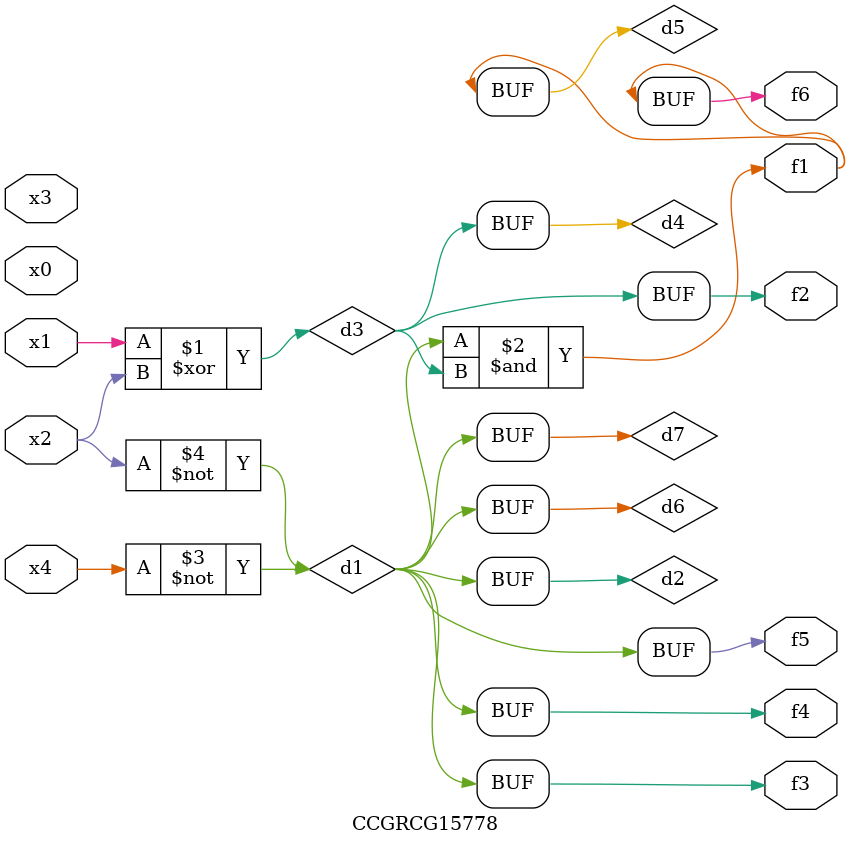
<source format=v>
module CCGRCG15778(
	input x0, x1, x2, x3, x4,
	output f1, f2, f3, f4, f5, f6
);

	wire d1, d2, d3, d4, d5, d6, d7;

	not (d1, x4);
	not (d2, x2);
	xor (d3, x1, x2);
	buf (d4, d3);
	and (d5, d1, d3);
	buf (d6, d1, d2);
	buf (d7, d2);
	assign f1 = d5;
	assign f2 = d4;
	assign f3 = d7;
	assign f4 = d7;
	assign f5 = d7;
	assign f6 = d5;
endmodule

</source>
